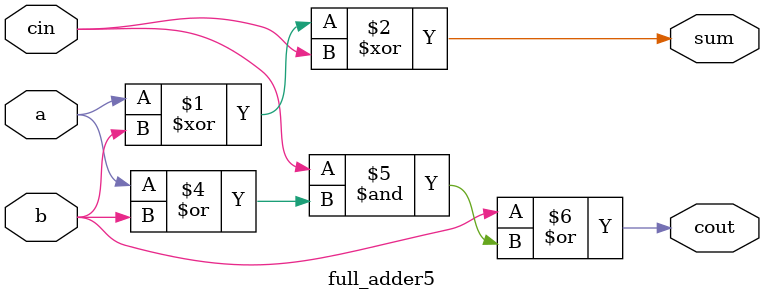
<source format=v>
module full_adder5(a,b,cin,sum,cout);
input a,b,cin;
output sum,cout;
assign sum = a^b^cin;
assign cout = 1'b1&b|cin&(a|b); 
// initial begin
//     $display("The incorrect adder with and0 having in1/1");
// end   
endmodule
</source>
